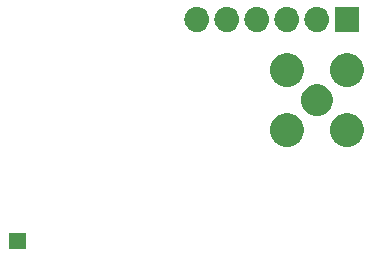
<source format=gbs>
G04 #@! TF.GenerationSoftware,KiCad,Pcbnew,(5.1.0)-1*
G04 #@! TF.CreationDate,2019-06-21T15:08:08-03:00*
G04 #@! TF.ProjectId,EstacionTerrena,45737461-6369-46f6-9e54-657272656e61,rev?*
G04 #@! TF.SameCoordinates,Original*
G04 #@! TF.FileFunction,Soldermask,Bot*
G04 #@! TF.FilePolarity,Negative*
%FSLAX46Y46*%
G04 Gerber Fmt 4.6, Leading zero omitted, Abs format (unit mm)*
G04 Created by KiCad (PCBNEW (5.1.0)-1) date 2019-06-21 15:08:08*
%MOMM*%
%LPD*%
G04 APERTURE LIST*
%ADD10C,0.100000*%
G04 APERTURE END LIST*
D10*
G36*
X10505640Y-27571280D02*
G01*
X9105640Y-27571280D01*
X9105640Y-26171280D01*
X10505640Y-26171280D01*
X10505640Y-27571280D01*
X10505640Y-27571280D01*
G37*
G36*
X38102548Y-16073922D02*
G01*
X38366431Y-16183226D01*
X38366433Y-16183227D01*
X38603921Y-16341911D01*
X38805889Y-16543879D01*
X38964573Y-16781367D01*
X38964574Y-16781369D01*
X39073878Y-17045252D01*
X39129600Y-17325386D01*
X39129600Y-17611014D01*
X39073878Y-17891148D01*
X38964574Y-18155031D01*
X38964573Y-18155033D01*
X38805889Y-18392521D01*
X38603921Y-18594489D01*
X38366433Y-18753173D01*
X38366432Y-18753174D01*
X38366431Y-18753174D01*
X38102548Y-18862478D01*
X37822414Y-18918200D01*
X37536786Y-18918200D01*
X37256652Y-18862478D01*
X36992769Y-18753174D01*
X36992768Y-18753174D01*
X36992767Y-18753173D01*
X36755279Y-18594489D01*
X36553311Y-18392521D01*
X36394627Y-18155033D01*
X36394626Y-18155031D01*
X36285322Y-17891148D01*
X36229600Y-17611014D01*
X36229600Y-17325386D01*
X36285322Y-17045252D01*
X36394626Y-16781369D01*
X36394627Y-16781367D01*
X36553311Y-16543879D01*
X36755279Y-16341911D01*
X36992767Y-16183227D01*
X36992769Y-16183226D01*
X37256652Y-16073922D01*
X37536786Y-16018200D01*
X37822414Y-16018200D01*
X38102548Y-16073922D01*
X38102548Y-16073922D01*
G37*
G36*
X33022548Y-16073922D02*
G01*
X33286431Y-16183226D01*
X33286433Y-16183227D01*
X33523921Y-16341911D01*
X33725889Y-16543879D01*
X33884573Y-16781367D01*
X33884574Y-16781369D01*
X33993878Y-17045252D01*
X34049600Y-17325386D01*
X34049600Y-17611014D01*
X33993878Y-17891148D01*
X33884574Y-18155031D01*
X33884573Y-18155033D01*
X33725889Y-18392521D01*
X33523921Y-18594489D01*
X33286433Y-18753173D01*
X33286432Y-18753174D01*
X33286431Y-18753174D01*
X33022548Y-18862478D01*
X32742414Y-18918200D01*
X32456786Y-18918200D01*
X32176652Y-18862478D01*
X31912769Y-18753174D01*
X31912768Y-18753174D01*
X31912767Y-18753173D01*
X31675279Y-18594489D01*
X31473311Y-18392521D01*
X31314627Y-18155033D01*
X31314626Y-18155031D01*
X31205322Y-17891148D01*
X31149600Y-17611014D01*
X31149600Y-17325386D01*
X31205322Y-17045252D01*
X31314626Y-16781369D01*
X31314627Y-16781367D01*
X31473311Y-16543879D01*
X31675279Y-16341911D01*
X31912767Y-16183227D01*
X31912769Y-16183226D01*
X32176652Y-16073922D01*
X32456786Y-16018200D01*
X32742414Y-16018200D01*
X33022548Y-16073922D01*
X33022548Y-16073922D01*
G37*
G36*
X35533379Y-13630079D02*
G01*
X35779063Y-13731845D01*
X35779065Y-13731846D01*
X35854841Y-13782478D01*
X36000174Y-13879586D01*
X36188214Y-14067626D01*
X36335955Y-14288737D01*
X36437721Y-14534421D01*
X36489600Y-14795235D01*
X36489600Y-15061165D01*
X36437721Y-15321979D01*
X36335955Y-15567663D01*
X36335954Y-15567665D01*
X36188213Y-15788775D01*
X36000175Y-15976813D01*
X35779065Y-16124554D01*
X35779064Y-16124555D01*
X35779063Y-16124555D01*
X35533379Y-16226321D01*
X35272565Y-16278200D01*
X35006635Y-16278200D01*
X34745821Y-16226321D01*
X34500137Y-16124555D01*
X34500136Y-16124555D01*
X34500135Y-16124554D01*
X34279025Y-15976813D01*
X34090987Y-15788775D01*
X33943246Y-15567665D01*
X33943245Y-15567663D01*
X33841479Y-15321979D01*
X33789600Y-15061165D01*
X33789600Y-14795235D01*
X33841479Y-14534421D01*
X33943245Y-14288737D01*
X34090986Y-14067626D01*
X34279026Y-13879586D01*
X34424359Y-13782478D01*
X34500135Y-13731846D01*
X34500137Y-13731845D01*
X34745821Y-13630079D01*
X35006635Y-13578200D01*
X35272565Y-13578200D01*
X35533379Y-13630079D01*
X35533379Y-13630079D01*
G37*
G36*
X33022548Y-10993922D02*
G01*
X33286431Y-11103226D01*
X33286433Y-11103227D01*
X33523921Y-11261911D01*
X33725889Y-11463879D01*
X33884573Y-11701367D01*
X33884574Y-11701369D01*
X33993878Y-11965252D01*
X34049600Y-12245386D01*
X34049600Y-12531014D01*
X33993878Y-12811148D01*
X33884574Y-13075031D01*
X33884573Y-13075033D01*
X33725889Y-13312521D01*
X33523921Y-13514489D01*
X33286433Y-13673173D01*
X33286432Y-13673174D01*
X33286431Y-13673174D01*
X33022548Y-13782478D01*
X32742414Y-13838200D01*
X32456786Y-13838200D01*
X32176652Y-13782478D01*
X31912769Y-13673174D01*
X31912768Y-13673174D01*
X31912767Y-13673173D01*
X31675279Y-13514489D01*
X31473311Y-13312521D01*
X31314627Y-13075033D01*
X31314626Y-13075031D01*
X31205322Y-12811148D01*
X31149600Y-12531014D01*
X31149600Y-12245386D01*
X31205322Y-11965252D01*
X31314626Y-11701369D01*
X31314627Y-11701367D01*
X31473311Y-11463879D01*
X31675279Y-11261911D01*
X31912767Y-11103227D01*
X31912769Y-11103226D01*
X32176652Y-10993922D01*
X32456786Y-10938200D01*
X32742414Y-10938200D01*
X33022548Y-10993922D01*
X33022548Y-10993922D01*
G37*
G36*
X38102548Y-10993922D02*
G01*
X38366431Y-11103226D01*
X38366433Y-11103227D01*
X38603921Y-11261911D01*
X38805889Y-11463879D01*
X38964573Y-11701367D01*
X38964574Y-11701369D01*
X39073878Y-11965252D01*
X39129600Y-12245386D01*
X39129600Y-12531014D01*
X39073878Y-12811148D01*
X38964574Y-13075031D01*
X38964573Y-13075033D01*
X38805889Y-13312521D01*
X38603921Y-13514489D01*
X38366433Y-13673173D01*
X38366432Y-13673174D01*
X38366431Y-13673174D01*
X38102548Y-13782478D01*
X37822414Y-13838200D01*
X37536786Y-13838200D01*
X37256652Y-13782478D01*
X36992769Y-13673174D01*
X36992768Y-13673174D01*
X36992767Y-13673173D01*
X36755279Y-13514489D01*
X36553311Y-13312521D01*
X36394627Y-13075033D01*
X36394626Y-13075031D01*
X36285322Y-12811148D01*
X36229600Y-12531014D01*
X36229600Y-12245386D01*
X36285322Y-11965252D01*
X36394626Y-11701369D01*
X36394627Y-11701367D01*
X36553311Y-11463879D01*
X36755279Y-11261911D01*
X36992767Y-11103227D01*
X36992769Y-11103226D01*
X37256652Y-10993922D01*
X37536786Y-10938200D01*
X37822414Y-10938200D01*
X38102548Y-10993922D01*
X38102548Y-10993922D01*
G37*
G36*
X32723227Y-7053196D02*
G01*
X32800356Y-7060793D01*
X32998282Y-7120833D01*
X32998285Y-7120834D01*
X33180690Y-7218332D01*
X33340575Y-7349545D01*
X33471788Y-7509430D01*
X33569286Y-7691835D01*
X33569287Y-7691838D01*
X33629327Y-7889764D01*
X33649600Y-8095600D01*
X33629327Y-8301436D01*
X33569287Y-8499362D01*
X33569286Y-8499365D01*
X33471788Y-8681770D01*
X33340575Y-8841655D01*
X33180690Y-8972868D01*
X32998285Y-9070366D01*
X32998282Y-9070367D01*
X32800356Y-9130407D01*
X32723227Y-9138003D01*
X32646100Y-9145600D01*
X32542940Y-9145600D01*
X32465813Y-9138003D01*
X32388684Y-9130407D01*
X32190758Y-9070367D01*
X32190755Y-9070366D01*
X32008350Y-8972868D01*
X31848465Y-8841655D01*
X31717252Y-8681770D01*
X31619754Y-8499365D01*
X31619753Y-8499362D01*
X31559713Y-8301436D01*
X31539440Y-8095600D01*
X31559713Y-7889764D01*
X31619753Y-7691838D01*
X31619754Y-7691835D01*
X31717252Y-7509430D01*
X31848465Y-7349545D01*
X32008350Y-7218332D01*
X32190755Y-7120834D01*
X32190758Y-7120833D01*
X32388684Y-7060793D01*
X32465813Y-7053196D01*
X32542940Y-7045600D01*
X32646100Y-7045600D01*
X32723227Y-7053196D01*
X32723227Y-7053196D01*
G37*
G36*
X25103227Y-7053196D02*
G01*
X25180356Y-7060793D01*
X25378282Y-7120833D01*
X25378285Y-7120834D01*
X25560690Y-7218332D01*
X25720575Y-7349545D01*
X25851788Y-7509430D01*
X25949286Y-7691835D01*
X25949287Y-7691838D01*
X26009327Y-7889764D01*
X26029600Y-8095600D01*
X26009327Y-8301436D01*
X25949287Y-8499362D01*
X25949286Y-8499365D01*
X25851788Y-8681770D01*
X25720575Y-8841655D01*
X25560690Y-8972868D01*
X25378285Y-9070366D01*
X25378282Y-9070367D01*
X25180356Y-9130407D01*
X25103227Y-9138003D01*
X25026100Y-9145600D01*
X24922940Y-9145600D01*
X24845813Y-9138003D01*
X24768684Y-9130407D01*
X24570758Y-9070367D01*
X24570755Y-9070366D01*
X24388350Y-8972868D01*
X24228465Y-8841655D01*
X24097252Y-8681770D01*
X23999754Y-8499365D01*
X23999753Y-8499362D01*
X23939713Y-8301436D01*
X23919440Y-8095600D01*
X23939713Y-7889764D01*
X23999753Y-7691838D01*
X23999754Y-7691835D01*
X24097252Y-7509430D01*
X24228465Y-7349545D01*
X24388350Y-7218332D01*
X24570755Y-7120834D01*
X24570758Y-7120833D01*
X24768684Y-7060793D01*
X24845813Y-7053196D01*
X24922940Y-7045600D01*
X25026100Y-7045600D01*
X25103227Y-7053196D01*
X25103227Y-7053196D01*
G37*
G36*
X27643227Y-7053196D02*
G01*
X27720356Y-7060793D01*
X27918282Y-7120833D01*
X27918285Y-7120834D01*
X28100690Y-7218332D01*
X28260575Y-7349545D01*
X28391788Y-7509430D01*
X28489286Y-7691835D01*
X28489287Y-7691838D01*
X28549327Y-7889764D01*
X28569600Y-8095600D01*
X28549327Y-8301436D01*
X28489287Y-8499362D01*
X28489286Y-8499365D01*
X28391788Y-8681770D01*
X28260575Y-8841655D01*
X28100690Y-8972868D01*
X27918285Y-9070366D01*
X27918282Y-9070367D01*
X27720356Y-9130407D01*
X27643227Y-9138003D01*
X27566100Y-9145600D01*
X27462940Y-9145600D01*
X27385813Y-9138003D01*
X27308684Y-9130407D01*
X27110758Y-9070367D01*
X27110755Y-9070366D01*
X26928350Y-8972868D01*
X26768465Y-8841655D01*
X26637252Y-8681770D01*
X26539754Y-8499365D01*
X26539753Y-8499362D01*
X26479713Y-8301436D01*
X26459440Y-8095600D01*
X26479713Y-7889764D01*
X26539753Y-7691838D01*
X26539754Y-7691835D01*
X26637252Y-7509430D01*
X26768465Y-7349545D01*
X26928350Y-7218332D01*
X27110755Y-7120834D01*
X27110758Y-7120833D01*
X27308684Y-7060793D01*
X27385813Y-7053196D01*
X27462940Y-7045600D01*
X27566100Y-7045600D01*
X27643227Y-7053196D01*
X27643227Y-7053196D01*
G37*
G36*
X30183227Y-7053196D02*
G01*
X30260356Y-7060793D01*
X30458282Y-7120833D01*
X30458285Y-7120834D01*
X30640690Y-7218332D01*
X30800575Y-7349545D01*
X30931788Y-7509430D01*
X31029286Y-7691835D01*
X31029287Y-7691838D01*
X31089327Y-7889764D01*
X31109600Y-8095600D01*
X31089327Y-8301436D01*
X31029287Y-8499362D01*
X31029286Y-8499365D01*
X30931788Y-8681770D01*
X30800575Y-8841655D01*
X30640690Y-8972868D01*
X30458285Y-9070366D01*
X30458282Y-9070367D01*
X30260356Y-9130407D01*
X30183227Y-9138003D01*
X30106100Y-9145600D01*
X30002940Y-9145600D01*
X29925813Y-9138003D01*
X29848684Y-9130407D01*
X29650758Y-9070367D01*
X29650755Y-9070366D01*
X29468350Y-8972868D01*
X29308465Y-8841655D01*
X29177252Y-8681770D01*
X29079754Y-8499365D01*
X29079753Y-8499362D01*
X29019713Y-8301436D01*
X28999440Y-8095600D01*
X29019713Y-7889764D01*
X29079753Y-7691838D01*
X29079754Y-7691835D01*
X29177252Y-7509430D01*
X29308465Y-7349545D01*
X29468350Y-7218332D01*
X29650755Y-7120834D01*
X29650758Y-7120833D01*
X29848684Y-7060793D01*
X29925813Y-7053196D01*
X30002940Y-7045600D01*
X30106100Y-7045600D01*
X30183227Y-7053196D01*
X30183227Y-7053196D01*
G37*
G36*
X35263227Y-7053196D02*
G01*
X35340356Y-7060793D01*
X35538282Y-7120833D01*
X35538285Y-7120834D01*
X35720690Y-7218332D01*
X35880575Y-7349545D01*
X36011788Y-7509430D01*
X36109286Y-7691835D01*
X36109287Y-7691838D01*
X36169327Y-7889764D01*
X36189600Y-8095600D01*
X36169327Y-8301436D01*
X36109287Y-8499362D01*
X36109286Y-8499365D01*
X36011788Y-8681770D01*
X35880575Y-8841655D01*
X35720690Y-8972868D01*
X35538285Y-9070366D01*
X35538282Y-9070367D01*
X35340356Y-9130407D01*
X35263227Y-9138003D01*
X35186100Y-9145600D01*
X35082940Y-9145600D01*
X35005813Y-9138003D01*
X34928684Y-9130407D01*
X34730758Y-9070367D01*
X34730755Y-9070366D01*
X34548350Y-8972868D01*
X34388465Y-8841655D01*
X34257252Y-8681770D01*
X34159754Y-8499365D01*
X34159753Y-8499362D01*
X34099713Y-8301436D01*
X34079440Y-8095600D01*
X34099713Y-7889764D01*
X34159753Y-7691838D01*
X34159754Y-7691835D01*
X34257252Y-7509430D01*
X34388465Y-7349545D01*
X34548350Y-7218332D01*
X34730755Y-7120834D01*
X34730758Y-7120833D01*
X34928684Y-7060793D01*
X35005813Y-7053196D01*
X35082940Y-7045600D01*
X35186100Y-7045600D01*
X35263227Y-7053196D01*
X35263227Y-7053196D01*
G37*
G36*
X38724520Y-9145600D02*
G01*
X36624520Y-9145600D01*
X36624520Y-7045600D01*
X38724520Y-7045600D01*
X38724520Y-9145600D01*
X38724520Y-9145600D01*
G37*
M02*

</source>
